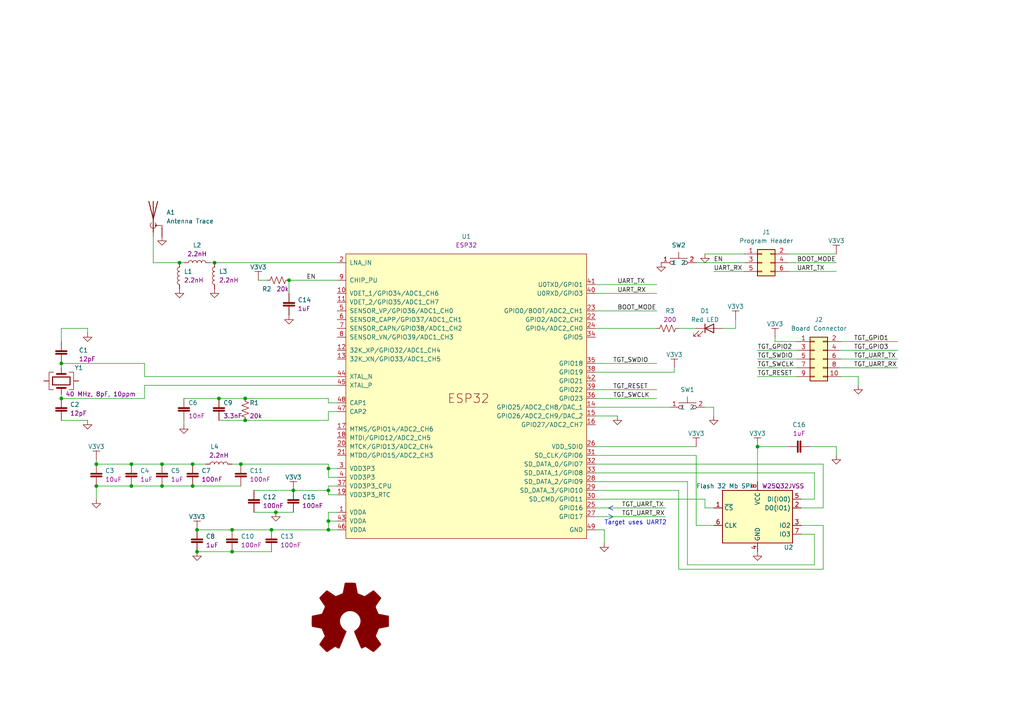
<source format=kicad_sch>
(kicad_sch (version 20211123) (generator eeschema)
  (paper "A4")
  (lib_symbols
    (symbol "Cap 12pF 0402_1" (pin_numbers hide) (pin_names (offset 0.254))
      (property "Reference" "C" (at 2.54 3.81 90))
      (property "Val" "12pF" (at 2.54 -5.08 90))
      (symbol "Cap 12pF 0402_1_1_1"
        (pin passive line (at 0 3.81 270) (length 2.794) (name "~") (number "1"))
        (pin passive line (at 0 -2.54 90) (length 2.54) (name "~") (number "2"))
      )
    )
    (symbol "Connector_Generic:Conn_02x05_Odd_Even" (pin_names (offset 1.016) hide)
      (property "Reference" "J" (at 1.27 7.62 0))
      (property "Value" "Conn_02x05_Odd_Even" (at 1.27 -7.62 0))
      (symbol "Conn_02x05_Odd_Even_1_1"
        (pin passive line (at -5.08 5.08 0) (length 3.81) (name "Pin_1") (number "1"))
        (pin passive line (at 7.62 -5.08 180) (length 3.81) (name "Pin_10") (number "10"))
        (pin passive line (at 7.62 5.08 180) (length 3.81) (name "Pin_2") (number "2"))
        (pin passive line (at -5.08 2.54 0) (length 3.81) (name "Pin_3") (number "3"))
        (pin passive line (at 7.62 2.54 180) (length 3.81) (name "Pin_4") (number "4"))
        (pin passive line (at -5.08 0 0) (length 3.81) (name "Pin_5") (number "5"))
        (pin passive line (at 7.62 0 180) (length 3.81) (name "Pin_6") (number "6"))
        (pin passive line (at -5.08 -2.54 0) (length 3.81) (name "Pin_7") (number "7"))
        (pin passive line (at 7.62 -2.54 180) (length 3.81) (name "Pin_8") (number "8"))
        (pin passive line (at -5.08 -5.08 0) (length 3.81) (name "Pin_9") (number "9"))
      )
    )
    (symbol "Graphic:Logo_Open_Hardware_Large" (pin_names (offset 1.016)))
    (symbol "Res 20k 0402_1" (pin_numbers hide) (pin_names (offset 0))
      (property "Reference" "R" (at 2.032 0 90))
      (property "Val" "20k" (at -2.54 0 90))
      (symbol "Res 20k 0402_1_1_1"
        (pin passive line (at 0 2.54 270) (length 0.85) (name "~") (number "1"))
        (pin passive line (at 0 -3.81 90) (length 0.85) (name "~") (number "2"))
      )
    )
    (symbol "WifiDebugLibrary:Antenna Trace" (pin_numbers hide) (pin_names (offset 1.016) hide) (in_bom no)
      (property "Reference" "A" (at -1.905 4.445 0))
      (property "Value" "Antenna Trace" (at -1.905 2.54 0))
      (symbol "Antenna Trace_1_1"
        (pin input line (at 0 -5.08 90) (length 2.54) (name "A") (number "1"))
        (pin input line (at 2.54 -5.08 90) (length 2.54) (name "Shield") (number "2"))
      )
    )
    (symbol "WifiDebugLibrary:Cap 100nF 0402" (pin_numbers hide) (pin_names (offset 0.254))
      (property "Reference" "C" (at 2.54 3.81 90))
      (property "Val" "100nF" (at 2.54 -5.08 90))
      (symbol "Cap 100nF 0402_1_1"
        (pin passive line (at 0 3.81 270) (length 2.794) (name "~") (number "1"))
        (pin passive line (at 0 -2.54 90) (length 2.54) (name "~") (number "2"))
      )
    )
    (symbol "WifiDebugLibrary:Cap 10nF 0402" (pin_numbers hide) (pin_names (offset 0.254))
      (property "Reference" "C" (at 2.54 3.81 90))
      (property "Val" "10nF" (at 2.54 -5.08 90))
      (symbol "Cap 10nF 0402_1_1"
        (pin passive line (at 0 3.81 270) (length 2.794) (name "~") (number "1"))
        (pin passive line (at 0 -2.54 90) (length 2.54) (name "~") (number "2"))
      )
    )
    (symbol "WifiDebugLibrary:Cap 10uF 0402" (pin_numbers hide) (pin_names (offset 0.254))
      (property "Reference" "C" (at 2.54 3.81 90))
      (property "Val" "10uF" (at 2.54 -5.08 90))
      (symbol "Cap 10uF 0402_1_1"
        (pin passive line (at 0 3.81 270) (length 2.794) (name "~") (number "1"))
        (pin passive line (at 0 -2.54 90) (length 2.54) (name "~") (number "2"))
      )
    )
    (symbol "WifiDebugLibrary:Cap 12pF 0402" (pin_numbers hide) (pin_names (offset 0.254))
      (property "Reference" "C" (at 2.54 3.81 90))
      (property "Val" "12pF" (at 2.54 -5.08 90))
      (symbol "Cap 12pF 0402_1_1"
        (pin passive line (at 0 3.81 270) (length 2.794) (name "~") (number "1"))
        (pin passive line (at 0 -2.54 90) (length 2.54) (name "~") (number "2"))
      )
    )
    (symbol "WifiDebugLibrary:Cap 1uF 0402" (pin_numbers hide) (pin_names (offset 0.254))
      (property "Reference" "C" (at 2.54 3.81 90))
      (property "Val" "1uF" (at 2.54 -5.08 90))
      (symbol "Cap 1uF 0402_1_1"
        (pin passive line (at 0 3.81 270) (length 2.794) (name "~") (number "1"))
        (pin passive line (at 0 -2.54 90) (length 2.54) (name "~") (number "2"))
      )
    )
    (symbol "WifiDebugLibrary:Cap 3.3nF 0402" (pin_numbers hide) (pin_names (offset 0.254))
      (property "Reference" "C" (at 2.54 3.81 90))
      (property "Val" "3.3nF" (at 2.54 -5.08 90))
      (symbol "Cap 3.3nF 0402_1_1"
        (pin passive line (at 0 3.81 270) (length 2.794) (name "~") (number "1"))
        (pin passive line (at 0 -2.54 90) (length 2.54) (name "~") (number "2"))
      )
    )
    (symbol "WifiDebugLibrary:Crystal 40MHz" (pin_numbers hide) (pin_names (offset 1.016) hide)
      (property "Reference" "Y" (at 3.175 5.08 0))
      (property "Val" "40 MHz, 8pF, 10ppm" (at 12.7 -5.08 0))
      (symbol "Crystal 40MHz_1_1"
        (pin passive line (at -3.81 0 0) (length 1.27) (name "1") (number "1"))
        (pin passive line (at 0 5.08 270) (length 1.27) (name "2") (number "2"))
        (pin passive line (at 3.81 0 180) (length 1.27) (name "3") (number "3"))
        (pin passive line (at 0 -5.08 90) (length 1.27) (name "4") (number "4"))
      )
    )
    (symbol "WifiDebugLibrary:Flash 32 Mb SPI"
      (property "Reference" "U" (at -8.89 8.89 0))
      (property "Value" "Flash 32 Mb SPI" (at 7.62 8.89 0))
      (property "Val" "W25Q32JVSS" (at 0 0 0))
      (symbol "Flash 32 Mb SPI_1_1"
        (pin input line (at -12.7 2.54 0) (length 2.54) (name "~{CS}") (number "1"))
        (pin bidirectional line (at 12.7 2.54 180) (length 2.54) (name "DO(IO1)") (number "2"))
        (pin bidirectional line (at 12.7 -2.54 180) (length 2.54) (name "IO2") (number "3"))
        (pin power_in line (at 0 -10.16 90) (length 2.54) (name "GND") (number "4"))
        (pin bidirectional line (at 12.7 5.08 180) (length 2.54) (name "DI(IO0)") (number "5"))
        (pin input line (at -12.7 -2.54 0) (length 2.54) (name "CLK") (number "6"))
        (pin bidirectional line (at 12.7 -5.08 180) (length 2.54) (name "IO3") (number "7"))
        (pin power_in line (at 0 10.16 270) (length 2.54) (name "VCC") (number "8"))
      )
    )
    (symbol "WifiDebugLibrary:Ind 2.2nH 0402" (pin_numbers hide) (pin_names (offset 1.016) hide)
      (property "Reference" "L" (at -1.27 0 90))
      (property "Val" "2.2nH" (at 2.54 0 90))
      (symbol "Ind 2.2nH 0402_1_1"
        (pin passive line (at 0 3.81 270) (length 1.27) (name "1") (number "1"))
        (pin passive line (at 0 -3.81 90) (length 1.27) (name "2") (number "2"))
      )
    )
    (symbol "WifiDebugLibrary:Program Header" (pin_names (offset 1.016) hide) (in_bom no)
      (property "Reference" "J" (at 1.27 5.08 0))
      (property "Value" "Program Header" (at 1.27 -5.08 0))
      (symbol "Program Header_1_1"
        (pin passive line (at -5.08 2.54 0) (length 3.81) (name "Pin_1") (number "1"))
        (pin passive line (at 7.62 2.54 180) (length 3.81) (name "Pin_2") (number "2"))
        (pin passive line (at -5.08 0 0) (length 3.81) (name "Pin_3") (number "3"))
        (pin passive line (at 7.62 0 180) (length 3.81) (name "Pin_4") (number "4"))
        (pin passive line (at -5.08 -2.54 0) (length 3.81) (name "Pin_5") (number "5"))
        (pin passive line (at 7.62 -2.54 180) (length 3.81) (name "Pin_6") (number "6"))
      )
    )
    (symbol "WifiDebugLibrary:Pushbutton 2.1x1.6mm"
      (property "Reference" "SW" (at 3.81 3.81 0))
      (symbol "Pushbutton 2.1x1.6mm_0_1"
        (pin passive line (at -5.08 0 0) (length 2.54) (name "1") (number "1"))
        (pin passive line (at 5.08 0 180) (length 2.54) (name "2") (number "2"))
      )
    )
    (symbol "WifiDebugLibrary:Red LED" (pin_numbers hide) (pin_names (offset 1.016) hide)
      (property "Reference" "D" (at 0 2.54 0))
      (property "Value" "Red LED" (at 0 -2.54 0))
      (symbol "Red LED_1_1"
        (pin passive line (at -3.81 0 0) (length 2.54) (name "K") (number "1"))
        (pin passive line (at 3.81 0 180) (length 2.54) (name "A") (number "2"))
      )
    )
    (symbol "WifiDebugLibrary:Res 200 0402" (pin_numbers hide) (pin_names (offset 0))
      (property "Reference" "R" (at 2.032 0 90))
      (property "Val" "200" (at -2.54 0 90))
      (symbol "Res 200 0402_1_1"
        (pin passive line (at 0 3.81 270) (length 0.85) (name "~") (number "1"))
        (pin passive line (at 0 -2.54 90) (length 0.85) (name "~") (number "2"))
      )
    )
    (symbol "WifiDebugLibrary:Res 20k 0402" (pin_numbers hide) (pin_names (offset 0))
      (property "Reference" "R" (at 2.032 0 90))
      (property "Val" "20k" (at -2.54 0 90))
      (symbol "Res 20k 0402_1_1"
        (pin passive line (at 0 2.54 270) (length 0.85) (name "~") (number "1"))
        (pin passive line (at 0 -3.81 90) (length 0.85) (name "~") (number "2"))
      )
    )
    (symbol "WifiDebugLibrary:V3V3" (power) (pin_names (offset 0))
      (property "Value" "V3V3" (at 0 3.556 0))
      (symbol "V3V3_1_1"
        (pin power_in line (at 0 0 90) (length 0) hide (name "V3V3") (number "1"))
      )
    )
    (symbol "WifiDebugLibrary:‎ESP32-D0WD-V3‎" (pin_names (offset 1.016))
      (property "Reference" "U" (at 0 43.18 0))
      (property "Val" "ESP32" (at 0 0 0))
      (symbol "‎ESP32-D0WD-V3‎_0_0"
        (text "ESP32" (at 1.27 0 0) (effects (font (size 2.54 2.54))))
      )
      (symbol "‎ESP32-D0WD-V3‎_1_1"
        (pin power_in line (at -36.83 -33.02 0) (length 2.54) (name "VDDA") (number "1"))
        (pin input line (at -36.83 30.48 0) (length 2.54) (name "VDET_1/GPIO34/ADC1_CH6") (number "10"))
        (pin input line (at -36.83 27.94 0) (length 2.54) (name "VDET_2/GPIO35/ADC1_CH7") (number "11"))
        (pin bidirectional line (at -36.83 13.97 0) (length 2.54) (name "32K_XP/GPIO32/ADC1_CH4") (number "12"))
        (pin bidirectional line (at -36.83 11.43 0) (length 2.54) (name "32K_XN/GPIO33/ADC1_CH5") (number "13"))
        (pin bidirectional line (at 38.1 -2.54 180) (length 2.54) (name "GPIO25/ADC2_CH8/DAC_1") (number "14"))
        (pin bidirectional line (at 38.1 -5.08 180) (length 2.54) (name "GPIO26/ADC2_CH9/DAC_2") (number "15"))
        (pin bidirectional line (at 38.1 -7.62 180) (length 2.54) (name "GPIO27/ADC2_CH7") (number "16"))
        (pin bidirectional line (at -36.83 -8.89 0) (length 2.54) (name "MTMS/GPIO14/ADC2_CH6") (number "17"))
        (pin bidirectional line (at -36.83 -11.43 0) (length 2.54) (name "MTDI/GPIO12/ADC2_CH5") (number "18"))
        (pin power_in line (at -36.83 -27.94 0) (length 2.54) (name "VDD3P3_RTC") (number "19"))
        (pin bidirectional line (at -36.83 39.37 0) (length 2.54) (name "LNA_IN") (number "2"))
        (pin bidirectional line (at -36.83 -13.97 0) (length 2.54) (name "MTCK/GPIO13/ADC2_CH4") (number "20"))
        (pin bidirectional line (at -36.83 -16.51 0) (length 2.54) (name "MTDO/GPIO15/ADC2_CH3") (number "21"))
        (pin bidirectional line (at 38.1 22.86 180) (length 2.54) (name "GPIO2/ADC2_CH2") (number "22"))
        (pin bidirectional line (at 38.1 25.4 180) (length 2.54) (name "GPIO0/BOOT/ADC2_CH1") (number "23"))
        (pin bidirectional line (at 38.1 20.32 180) (length 2.54) (name "GPIO4/ADC2_CH0") (number "24"))
        (pin bidirectional line (at 38.1 -31.75 180) (length 2.54) (name "GPIO16") (number "25"))
        (pin power_out line (at 38.1 -13.97 180) (length 2.54) (name "VDD_SDIO") (number "26"))
        (pin bidirectional line (at 38.1 -34.29 180) (length 2.54) (name "GPIO17") (number "27"))
        (pin bidirectional line (at 38.1 -24.13 180) (length 2.54) (name "SD_DATA_2/GPIO9") (number "28"))
        (pin bidirectional line (at 38.1 -26.67 180) (length 2.54) (name "SD_DATA_3/GPIO10") (number "29"))
        (pin power_in line (at -36.83 -20.32 0) (length 2.54) (name "VDD3P3") (number "3"))
        (pin bidirectional line (at 38.1 -29.21 180) (length 2.54) (name "SD_CMD/GPIO11") (number "30"))
        (pin bidirectional line (at 38.1 -16.51 180) (length 2.54) (name "SD_CLK/GPIO6") (number "31"))
        (pin bidirectional line (at 38.1 -19.05 180) (length 2.54) (name "SD_DATA_0/GPIO7") (number "32"))
        (pin bidirectional line (at 38.1 -21.59 180) (length 2.54) (name "SD_DATA_1/GPIO8") (number "33"))
        (pin bidirectional line (at 38.1 17.78 180) (length 2.54) (name "GPIO5") (number "34"))
        (pin bidirectional line (at 38.1 10.16 180) (length 2.54) (name "GPIO18") (number "35"))
        (pin bidirectional line (at 38.1 0 180) (length 2.54) (name "GPIO23") (number "36"))
        (pin power_in line (at -36.83 -25.4 0) (length 2.54) (name "VDD3P3_CPU") (number "37"))
        (pin bidirectional line (at 38.1 7.62 180) (length 2.54) (name "GPIO19") (number "38"))
        (pin bidirectional line (at 38.1 2.54 180) (length 2.54) (name "GPIO22") (number "39"))
        (pin power_in line (at -36.83 -22.86 0) (length 2.54) (name "VDD3P3") (number "4"))
        (pin bidirectional line (at 38.1 30.48 180) (length 2.54) (name "U0RXD/GPIO3") (number "40"))
        (pin bidirectional line (at 38.1 33.02 180) (length 2.54) (name "U0TXD/GPIO1") (number "41"))
        (pin bidirectional line (at 38.1 5.08 180) (length 2.54) (name "GPIO21") (number "42"))
        (pin power_in line (at -36.83 -35.56 0) (length 2.54) (name "VDDA") (number "43"))
        (pin output line (at -36.83 6.35 0) (length 2.54) (name "XTAL_N") (number "44"))
        (pin input line (at -36.83 3.81 0) (length 2.54) (name "XTAL_P") (number "45"))
        (pin power_in line (at -36.83 -38.1 0) (length 2.54) (name "VDDA") (number "46"))
        (pin input line (at -36.83 -3.81 0) (length 2.54) (name "CAP2") (number "47"))
        (pin input line (at -36.83 -1.27 0) (length 2.54) (name "CAP1") (number "48"))
        (pin power_in line (at 38.1 -38.1 180) (length 2.54) (name "GND") (number "49"))
        (pin input line (at -36.83 25.4 0) (length 2.54) (name "SENSOR_VP/GPIO36/ADC1_CH0") (number "5"))
        (pin input line (at -36.83 22.86 0) (length 2.54) (name "SENSOR_CAPP/GPIO37/ADC1_CH1") (number "6"))
        (pin input line (at -36.83 20.32 0) (length 2.54) (name "SENSOR_CAPN/GPIO38/ADC1_CH2") (number "7"))
        (pin input line (at -36.83 17.78 0) (length 2.54) (name "SENSOR_VN/GPIO39/ADC1_CH3") (number "8"))
        (pin input line (at -36.83 34.29 0) (length 2.54) (name "CHIP_PU") (number "9"))
      )
    )
    (symbol "power:GND" (power) (pin_names (offset 0))
      (property "Value" "GND" (at 0 -3.81 0))
      (symbol "GND_1_1"
        (pin power_in line (at 0 0 270) (length 0) hide (name "GND") (number "1"))
      )
    )
  )
  (junction (at 95.25 135.89))
  (junction (at 62.23 76.2))
  (junction (at 55.88 140.97))
  (junction (at 95.25 142.24))
  (junction (at 38.1 140.97))
  (junction (at 63.5 115.57))
  (junction (at 57.15 160.02))
  (junction (at 17.78 105.41))
  (junction (at 71.12 115.57))
  (junction (at 219.71 129.54))
  (junction (at 95.25 151.13))
  (junction (at 67.31 153.67))
  (junction (at 57.15 153.67))
  (junction (at 52.07 76.2))
  (junction (at 55.88 134.62))
  (junction (at 78.74 153.67))
  (junction (at 80.01 148.59))
  (junction (at 46.99 140.97))
  (junction (at 83.82 81.28))
  (junction (at 69.85 134.62))
  (junction (at 95.25 153.67))
  (junction (at 27.94 140.97))
  (junction (at 46.99 134.62))
  (junction (at 17.78 115.57))
  (junction (at 38.1 134.62))
  (junction (at 85.09 142.24))
  (junction (at 67.31 160.02))
  (junction (at 27.94 134.62))
  (junction (at 71.12 121.92))
  (wire (pts (xy 80.01 148.59) (xy 85.09 148.59)))
  (wire (pts (xy 73.66 148.59) (xy 80.01 148.59)))
  (wire (pts (xy 97.79 109.22) (xy 41.91 109.22)))
  (wire (pts (xy 41.91 109.22) (xy 41.91 105.41)))
  (wire (pts (xy 17.78 105.41) (xy 17.78 106.68)))
  (wire (pts (xy 172.72 107.95) (xy 195.58 107.95)))
  (wire (pts (xy 83.82 81.28) (xy 83.82 85.09)))
  (wire (pts (xy 201.93 76.2) (xy 215.9 76.2)))
  (wire (pts (xy 172.72 132.08) (xy 201.93 132.08)))
  (wire (pts (xy 201.93 152.4) (xy 201.93 132.08)))
  (wire (pts (xy 207.01 152.4) (xy 201.93 152.4)))
  (wire (pts (xy 172.72 149.86) (xy 193.04 149.86)))
  (wire (pts (xy 243.84 101.6) (xy 260.35 101.6)))
  (wire (pts (xy 172.72 139.7) (xy 199.39 139.7)))
  (wire (pts (xy 219.71 101.6) (xy 231.14 101.6)))
  (wire (pts (xy 95.25 143.51) (xy 97.79 143.51)))
  (wire (pts (xy 46.99 134.62) (xy 55.88 134.62)))
  (wire (pts (xy 55.88 134.62) (xy 59.69 134.62)))
  (wire (pts (xy 27.94 134.62) (xy 38.1 134.62)))
  (wire (pts (xy 27.94 133.35) (xy 27.94 134.62)))
  (polyline (pts (xy 177.8 149.86) (xy 176.53 149.225)) (stroke (width 0) (type solid)))
  (wire (pts (xy 172.72 82.55) (xy 190.5 82.55)))
  (wire (pts (xy 172.72 144.78) (xy 204.47 144.78)))
  (wire (pts (xy 95.25 115.57) (xy 95.25 116.84)))
  (wire (pts (xy 57.15 153.67) (xy 67.31 153.67)))
  (wire (pts (xy 78.74 153.67) (xy 95.25 153.67)))
  (wire (pts (xy 95.25 148.59) (xy 97.79 148.59)))
  (wire (pts (xy 67.31 153.67) (xy 78.74 153.67)))
  (wire (pts (xy 204.47 73.66) (xy 215.9 73.66)))
  (wire (pts (xy 172.72 113.03) (xy 190.5 113.03)))
  (wire (pts (xy 219.71 106.68) (xy 231.14 106.68)))
  (wire (pts (xy 62.23 76.2) (xy 97.79 76.2)))
  (wire (pts (xy 60.96 76.2) (xy 62.23 76.2)))
  (wire (pts (xy 172.72 115.57) (xy 190.5 115.57)))
  (wire (pts (xy 57.15 160.02) (xy 67.31 160.02)))
  (wire (pts (xy 67.31 160.02) (xy 78.74 160.02)))
  (wire (pts (xy 196.85 95.25) (xy 201.93 95.25)))
  (wire (pts (xy 248.92 109.22) (xy 248.92 111.76)))
  (wire (pts (xy 243.84 109.22) (xy 248.92 109.22)))
  (wire (pts (xy 71.12 121.92) (xy 63.5 121.92)))
  (wire (pts (xy 95.25 121.92) (xy 71.12 121.92)))
  (wire (pts (xy 95.25 119.38) (xy 95.25 121.92)))
  (wire (pts (xy 74.93 81.28) (xy 77.47 81.28)))
  (wire (pts (xy 207.01 78.74) (xy 215.9 78.74)))
  (wire (pts (xy 172.72 142.24) (xy 196.85 142.24)))
  (wire (pts (xy 232.41 154.94) (xy 236.22 154.94)))
  (wire (pts (xy 199.39 163.83) (xy 199.39 139.7)))
  (wire (pts (xy 236.22 154.94) (xy 236.22 163.83)))
  (wire (pts (xy 236.22 163.83) (xy 199.39 163.83)))
  (wire (pts (xy 242.57 129.54) (xy 234.95 129.54)))
  (wire (pts (xy 172.72 90.17) (xy 190.5 90.17)))
  (wire (pts (xy 44.45 68.58) (xy 44.45 76.2)))
  (wire (pts (xy 52.07 76.2) (xy 44.45 76.2)))
  (wire (pts (xy 53.34 76.2) (xy 52.07 76.2)))
  (wire (pts (xy 95.25 140.97) (xy 97.79 140.97)))
  (wire (pts (xy 95.25 142.24) (xy 95.25 140.97)))
  (wire (pts (xy 236.22 144.78) (xy 232.41 144.78)))
  (wire (pts (xy 172.72 137.16) (xy 236.22 137.16)))
  (wire (pts (xy 236.22 137.16) (xy 236.22 144.78)))
  (wire (pts (xy 219.71 129.54) (xy 228.6 129.54)))
  (wire (pts (xy 95.25 151.13) (xy 95.25 148.59)))
  (wire (pts (xy 95.25 153.67) (xy 95.25 151.13)))
  (wire (pts (xy 172.72 147.32) (xy 193.04 147.32)))
  (wire (pts (xy 238.76 152.4) (xy 232.41 152.4)))
  (wire (pts (xy 196.85 142.24) (xy 196.85 165.1)))
  (wire (pts (xy 238.76 165.1) (xy 238.76 152.4)))
  (wire (pts (xy 196.85 165.1) (xy 238.76 165.1)))
  (wire (pts (xy 95.25 116.84) (xy 97.79 116.84)))
  (polyline (pts (xy 176.53 150.495) (xy 177.8 149.86)) (stroke (width 0) (type solid)))
  (wire (pts (xy 219.71 109.22) (xy 231.14 109.22)))
  (wire (pts (xy 172.72 118.11) (xy 194.31 118.11)))
  (wire (pts (xy 228.6 76.2) (xy 242.57 76.2)))
  (wire (pts (xy 25.4 95.25) (xy 25.4 96.52)))
  (wire (pts (xy 17.78 95.25) (xy 25.4 95.25)))
  (wire (pts (xy 17.78 99.06) (xy 17.78 95.25)))
  (wire (pts (xy 242.57 129.54) (xy 242.57 132.08)))
  (polyline (pts (xy 177.8 146.685) (xy 176.53 147.32)) (stroke (width 0) (type solid)))
  (wire (pts (xy 219.71 104.14) (xy 231.14 104.14)))
  (wire (pts (xy 27.94 140.97) (xy 27.94 144.78)))
  (wire (pts (xy 71.12 115.57) (xy 95.25 115.57)))
  (wire (pts (xy 95.25 134.62) (xy 95.25 135.89)))
  (wire (pts (xy 95.25 135.89) (xy 97.79 135.89)))
  (wire (pts (xy 69.85 134.62) (xy 95.25 134.62)))
  (wire (pts (xy 172.72 120.65) (xy 179.07 120.65)))
  (wire (pts (xy 69.85 134.62) (xy 67.31 134.62)))
  (wire (pts (xy 204.47 147.32) (xy 207.01 147.32)))
  (wire (pts (xy 95.25 119.38) (xy 97.79 119.38)))
  (wire (pts (xy 95.25 138.43) (xy 97.79 138.43)))
  (wire (pts (xy 95.25 135.89) (xy 95.25 138.43)))
  (wire (pts (xy 83.82 81.28) (xy 97.79 81.28)))
  (wire (pts (xy 17.78 115.57) (xy 41.91 115.57)))
  (wire (pts (xy 17.78 105.41) (xy 41.91 105.41)))
  (wire (pts (xy 204.47 144.78) (xy 204.47 147.32)))
  (wire (pts (xy 95.25 153.67) (xy 97.79 153.67)))
  (polyline (pts (xy 176.53 147.32) (xy 177.8 147.955)) (stroke (width 0) (type solid)))
  (wire (pts (xy 243.84 104.14) (xy 260.35 104.14)))
  (wire (pts (xy 95.25 151.13) (xy 97.79 151.13)))
  (wire (pts (xy 195.58 106.68) (xy 195.58 107.95)))
  (wire (pts (xy 243.84 106.68) (xy 260.35 106.68)))
  (wire (pts (xy 63.5 115.57) (xy 71.12 115.57)))
  (wire (pts (xy 63.5 115.57) (xy 53.34 115.57)))
  (wire (pts (xy 172.72 129.54) (xy 201.93 129.54)))
  (wire (pts (xy 172.72 95.25) (xy 190.5 95.25)))
  (wire (pts (xy 228.6 73.66) (xy 242.57 73.66)))
  (wire (pts (xy 209.55 95.25) (xy 213.36 95.25)))
  (wire (pts (xy 213.36 95.25) (xy 213.36 92.71)))
  (wire (pts (xy 53.34 123.19) (xy 53.34 121.92)))
  (wire (pts (xy 228.6 78.74) (xy 242.57 78.74)))
  (wire (pts (xy 46.99 140.97) (xy 55.88 140.97)))
  (wire (pts (xy 55.88 140.97) (xy 69.85 140.97)))
  (wire (pts (xy 38.1 140.97) (xy 46.99 140.97)))
  (wire (pts (xy 27.94 140.97) (xy 38.1 140.97)))
  (wire (pts (xy 207.01 118.11) (xy 207.01 120.65)))
  (wire (pts (xy 204.47 118.11) (xy 207.01 118.11)))
  (wire (pts (xy 224.79 99.06) (xy 231.14 99.06)))
  (wire (pts (xy 224.79 97.79) (xy 224.79 99.06)))
  (wire (pts (xy 175.26 153.67) (xy 175.26 157.48)))
  (wire (pts (xy 172.72 153.67) (xy 175.26 153.67)))
  (wire (pts (xy 172.72 85.09) (xy 190.5 85.09)))
  (wire (pts (xy 95.25 142.24) (xy 95.25 143.51)))
  (wire (pts (xy 38.1 134.62) (xy 46.99 134.62)))
  (wire (pts (xy 219.71 129.54) (xy 219.71 139.7)))
  (wire (pts (xy 238.76 147.32) (xy 232.41 147.32)))
  (wire (pts (xy 172.72 134.62) (xy 238.76 134.62)))
  (wire (pts (xy 238.76 134.62) (xy 238.76 147.32)))
  (wire (pts (xy 172.72 105.41) (xy 190.5 105.41)))
  (wire (pts (xy 243.84 99.06) (xy 260.35 99.06)))
  (wire (pts (xy 97.79 111.76) (xy 41.91 111.76)))
  (wire (pts (xy 17.78 115.57) (xy 17.78 114.3)))
  (wire (pts (xy 41.91 111.76) (xy 41.91 115.57)))
  (wire (pts (xy 85.09 142.24) (xy 95.25 142.24)))
  (wire (pts (xy 73.66 142.24) (xy 85.09 142.24)))
  (wire (pts (xy 17.78 121.92) (xy 25.4 121.92)))
  (text "Target uses UART2" (at 175.26 152.4 0) (effects (font (size 1.27 1.27)) (justify left bottom)))
  (label "TGT_RESET" (at 219.71 109.22 0))
  (label "UART_RX" (at 207.01 78.74 0))
  (label "TGT_UART_TX" (at 180.34 147.32 0))
  (label "TGT_GPIO2" (at 219.71 101.6 0))
  (label "TGT_SWDIO" (at 177.8 105.41 0))
  (label "TGT_SWCLK" (at 177.8 115.57 0))
  (label "TGT_SWCLK" (at 219.71 106.68 0))
  (label "TGT_RESET" (at 177.8 113.03 0))
  (label "UART_RX" (at 179.07 85.09 0))
  (label "TGT_UART_RX" (at 180.34 149.86 0))
  (label "UART_TX" (at 179.07 82.55 0))
  (label "TGT_UART_RX" (at 247.65 106.68 0))
  (label "EN" (at 88.9 81.28 0))
  (label "TGT_GPIO1" (at 247.65 99.06 0))
  (label "BOOT_MODE" (at 179.07 90.17 0))
  (label "TGT_UART_TX" (at 247.65 104.14 0))
  (label "TGT_GPIO3" (at 247.65 101.6 0))
  (label "BOOT_MODE" (at 231.14 76.2 0))
  (label "EN" (at 207.01 76.2 0))
  (label "UART_TX" (at 231.14 78.74 0))
  (label "TGT_SWDIO" (at 219.71 104.14 0))
  (symbol (lib_id "power:GND") (at 179.07 120.65 0) (unit 1)
    (property "Reference" "#PWR0104" (effects hide))
    (property "Value" "GND" (effects hide))
  )
  (symbol (lib_id "WifiDebugLibrary:Crystal 40MHz") (at 17.78 110.49 90) (unit 1)
    (property "Reference" "Y1" (at 22.86 106.68 90))
    (property "Value" "Crystal 40MHz" (effects hide))
    (property "Footprint" "Crystal:Crystal_SMD_2016-4Pin_2.0x1.6mm" (effects hide))
    (property "MFG" "Murata Electronics" (effects hide))
    (property "MFG PN" "XRCGB40M000F1S1BR0" (effects hide))
    (property "Val" "40 MHz, 8pF, 10ppm" (at 29.21 114.3 90))
  )
  (symbol (lib_id "WifiDebugLibrary:V3V3") (at 213.36 92.71 0) (unit 1)
    (property "Reference" "#PWR016" (effects hide))
    (property "Value" "V3V3" (at 213.36 88.9 0))
  )
  (symbol (lib_id "WifiDebugLibrary:V3V3") (at 27.94 133.35 0) (unit 1)
    (property "Reference" "#PWR03" (effects hide))
    (property "Value" "V3V3" (at 27.94 129.54 0))
  )
  (symbol (lib_id "power:GND") (at 191.77 76.2 0) (unit 1)
    (property "Reference" "#PWR?" (effects hide))
    (property "Value" "GND" (effects hide))
  )
  (symbol (lib_id "power:GND") (at 80.01 148.59 0) (unit 1)
    (property "Reference" "#PWR012" (effects hide))
    (property "Value" "GND" (effects hide))
  )
  (symbol (lib_id "power:GND") (at 25.4 96.52 0) (unit 1)
    (property "Reference" "#PWR02" (effects hide))
    (property "Value" "GND" (effects hide))
  )
  (symbol (lib_id "WifiDebugLibrary:Ind 2.2nH 0402") (at 63.5 134.62 90) (unit 1)
    (property "Reference" "L4" (at 62.23 129.54 90))
    (property "Value" "Ind 2.2nH 0402" (effects hide))
    (property "Footprint" "Inductor_SMD:L_0402_1005Metric" (effects hide))
    (property "MFG" "Chilisin Electronics" (effects hide))
    (property "MFG PN" "‎BSCH001005052N2SCP‎" (effects hide))
    (property "Val" "2.2nH" (at 63.5 132.08 90))
  )
  (symbol (lib_id "power:GND") (at 46.99 68.58 0) (unit 1)
    (property "Reference" "#PWR05" (effects hide))
    (property "Value" "GND" (effects hide))
  )
  (symbol (lib_id "WifiDebugLibrary:Res 20k 0402") (at 80.01 81.28 90) (unit 1)
    (property "Reference" "R2" (at 78.74 83.82 90) (effects (justify left)))
    (property "Value" "Res 20k 0402" (effects hide))
    (property "Footprint" "Resistor_SMD:R_0402_1005Metric" (effects hide))
    (property "MFG" "Bourns Inc. " (effects hide))
    (property "MFG PN" "‎CR0402-FX-2002GLF‎" (effects hide))
    (property "Val" "20k" (at 83.82 83.82 90) (effects (justify left)))
  )
  (symbol (lib_id "WifiDebugLibrary:Cap 3.3nF 0402") (at 63.5 118.11 180) (unit 1)
    (property "Reference" "C9" (at 64.77 116.84 0) (effects (justify right)))
    (property "Value" "Cap 3.3nF 0402" (effects hide))
    (property "Footprint" "Capacitor_SMD:C_0402_1005Metric" (effects hide))
    (property "MFG" "Würth Elektronik" (effects hide))
    (property "MFG PN" "‎885012205028‎" (effects hide))
    (property "Val" "3.3nF" (at 64.77 120.65 0) (effects (justify right)))
  )
  (symbol (lib_id "WifiDebugLibrary:Flash 32 Mb SPI") (at 219.71 149.86 0) (unit 1)
    (property "Reference" "U2" (at 227.33 158.75 0) (effects (justify left)))
    (property "Value" "Flash 32 Mb SPI" (at 201.93 140.97 0) (effects (justify left)))
    (property "Footprint" "WifiDebugLibrary:SOIC-8_5.23x5.23mm_P1.27mm" (effects hide))
    (property "Datasheet" "http://www.winbond.com/resource-files/w25q32jv%20revg%2003272018%20plus.pdf" (effects hide))
    (property "MFG" "Winbond Electronics" (effects hide))
    (property "MFG PN" "‎W25Q32JVSSIQ‎" (effects hide))
    (property "Val" "W25Q32JVSS" (at 220.98 140.97 0) (effects (justify left)))
  )
  (symbol (lib_id "WifiDebugLibrary:V3V3") (at 85.09 142.24 0) (unit 1)
    (property "Reference" "#PWR014" (effects hide))
    (property "Value" "V3V3" (at 85.09 138.43 0))
  )
  (symbol (lib_id "WifiDebugLibrary:Antenna Trace") (at 44.45 63.5 0) (unit 1) (in_bom no)
    (property "Reference" "A1" (at 48.26 61.5949 0) (effects (justify left)))
    (property "Value" "Antenna Trace" (at 48.26 64.1349 0) (effects (justify left)))
    (property "Footprint" "WifiDebugLibrary:Texas_SWRA117D_2.4GHz_Left" (effects hide))
    (property "Datasheet" "http://www.ti.com/lit/an/swra117d/swra117d.pdf" (effects hide))
  )
  (symbol (lib_id "Graphic:Logo_Open_Hardware_Large") (at 101.6 180.34 0) (unit 1) (in_bom no)
    (property "Reference" "LOGO1" (effects hide))
    (property "Value" "Logo_Open_Hardware_Large" (effects hide))
    (property "Footprint" "Symbol:OSHW-Logo_5.7x6mm_SilkScreen" (effects hide))
  )
  (symbol (lib_id "power:GND") (at 204.47 73.66 0) (unit 1)
    (property "Reference" "#PWR022" (effects hide))
    (property "Value" "GND" (effects hide))
  )
  (symbol (lib_id "power:GND") (at 53.34 123.19 0) (unit 1)
    (property "Reference" "#PWR07" (effects hide))
    (property "Value" "GND" (effects hide))
  )
  (symbol (lib_id "WifiDebugLibrary:V3V3") (at 57.15 153.67 0) (unit 1)
    (property "Reference" "#PWR08" (effects hide))
    (property "Value" "V3V3" (at 57.15 149.86 0))
  )
  (symbol (lib_id "WifiDebugLibrary:Cap 100nF 0402") (at 73.66 146.05 0) (unit 1)
    (property "Reference" "C12" (at 76.2 144.1449 0) (effects (justify left)))
    (property "Value" "Cap 100nF 0402" (effects hide))
    (property "Footprint" "Capacitor_SMD:C_0402_1005Metric" (effects hide))
    (property "MFG" "Samsung Electro-Mechanics" (effects hide))
    (property "MFG PN" "‎CL05A104KA5NNNC‎" (effects hide))
    (property "Val" "100nF" (at 76.2 146.6849 0) (effects (justify left)))
  )
  (symbol (lib_id "WifiDebugLibrary:Cap 100nF 0402") (at 69.85 138.43 0) (unit 1) (in_bom no)
    (property "Reference" "C11" (at 72.39 136.5249 0) (effects (justify left)))
    (property "Value" "Cap 100nF 0402" (effects hide))
    (property "Footprint" "Capacitor_SMD:C_0402_1005Metric" (effects hide))
    (property "MFG" "Samsung Electro-Mechanics" (effects hide))
    (property "MFG PN" "‎CL05A104KA5NNNC‎" (effects hide))
    (property "Val" "100nF" (at 72.39 139.0649 0) (effects (justify left)))
  )
  (symbol (lib_id "WifiDebugLibrary:V3V3") (at 224.79 97.79 0) (unit 1)
    (property "Reference" "#PWR020" (effects hide))
    (property "Value" "V3V3" (at 224.79 93.98 0))
  )
  (symbol (lib_id "power:GND") (at 207.01 120.65 0) (mirror y) (unit 1)
    (property "Reference" "#PWR0105" (effects hide))
    (property "Value" "GND" (effects hide))
  )
  (symbol (lib_id "power:GND") (at 175.26 157.48 0) (unit 1)
    (property "Reference" "#PWR015" (effects hide))
    (property "Value" "GND" (effects hide))
  )
  (symbol (lib_id "power:GND") (at 242.57 132.08 0) (unit 1)
    (property "Reference" "#PWR021" (effects hide))
    (property "Value" "GND" (effects hide))
  )
  (symbol (lib_id "WifiDebugLibrary:Cap 100nF 0402") (at 85.09 146.05 0) (unit 1)
    (property "Reference" "C15" (at 87.63 144.1449 0) (effects (justify left)))
    (property "Value" "Cap 100nF 0402" (effects hide))
    (property "Footprint" "Capacitor_SMD:C_0402_1005Metric" (effects hide))
    (property "MFG" "Samsung Electro-Mechanics" (effects hide))
    (property "MFG PN" "‎CL05A104KA5NNNC‎" (effects hide))
    (property "Val" "100nF" (at 87.63 146.6849 0) (effects (justify left)))
  )
  (symbol (lib_id "WifiDebugLibrary:V3V3") (at 219.71 129.54 0) (mirror y) (unit 1)
    (property "Reference" "#PWR0103" (effects hide))
    (property "Value" "V3V3" (at 219.71 125.73 0))
  )
  (symbol (lib_id "WifiDebugLibrary:‎ESP32-D0WD-V3‎") (at 134.62 115.57 0) (unit 1)
    (property "Reference" "U1" (at 135.255 68.58 0))
    (property "Value" "‎ESP32-D0WD-V3‎" (effects hide))
    (property "Footprint" "WifiDebugLibrary:QFN-48-1EP_5x5mm_P0.35mm_EP3.7x3.7mm_ThermalVias" (effects hide))
    (property "Datasheet" "https://www.espressif.com/sites/default/files/documentation/esp32_datasheet_en.pdf" (effects hide))
    (property "MFG" "Espressif Systems" (effects hide))
    (property "MFG PN" "‎ESP32-D0WD-V3‎" (effects hide))
    (property "Val" "ESP32" (at 135.255 71.12 0))
  )
  (symbol (lib_id "power:GND") (at 248.92 111.76 0) (unit 1)
    (property "Reference" "#PWR023" (effects hide))
    (property "Value" "GND" (effects hide))
  )
  (symbol (lib_id "WifiDebugLibrary:Cap 1uF 0402") (at 232.41 129.54 90) (unit 1)
    (property "Reference" "C16" (at 231.775 123.19 90))
    (property "Value" "Cap 1uF 0402" (effects hide))
    (property "Footprint" "Capacitor_SMD:C_0402_1005Metric" (effects hide))
    (property "MFG" "Samsung Electro-Mechanics" (effects hide))
    (property "MFG PN" "‎CL05A105MQ5NNNC‎" (effects hide))
    (property "Val" "1uF" (at 231.775 125.73 90))
  )
  (symbol (lib_id "power:GND") (at 27.94 144.78 0) (unit 1)
    (property "Reference" "#PWR04" (effects hide))
    (property "Value" "GND" (effects hide))
  )
  (symbol (lib_id "WifiDebugLibrary:V3V3") (at 195.58 106.68 0) (mirror y) (unit 1)
    (property "Reference" "#PWR0101" (effects hide))
    (property "Value" "V3V3" (at 195.58 102.87 0))
  )
  (symbol (lib_id "WifiDebugLibrary:Ind 2.2nH 0402") (at 52.07 80.01 180) (unit 1) (in_bom no)
    (property "Reference" "L1" (at 53.34 78.7399 0) (effects (justify right)))
    (property "Value" "Ind 2.2nH 0402" (effects hide))
    (property "Footprint" "Inductor_SMD:L_0402_1005Metric" (effects hide))
    (property "MFG" "Chilisin Electronics" (effects hide))
    (property "MFG PN" "‎BSCH001005052N2SCP‎" (effects hide))
    (property "Val" "2.2nH" (at 53.34 81.2799 0) (effects (justify right)))
  )
  (symbol (lib_id "WifiDebugLibrary:Cap 100nF 0402") (at 67.31 157.48 0) (unit 1)
    (property "Reference" "C10" (at 69.85 155.5749 0) (effects (justify left)))
    (property "Value" "Cap 100nF 0402" (effects hide))
    (property "Footprint" "Capacitor_SMD:C_0402_1005Metric" (effects hide))
    (property "MFG" "Samsung Electro-Mechanics" (effects hide))
    (property "MFG PN" "‎CL05A104KA5NNNC‎" (effects hide))
    (property "Val" "100nF" (at 69.85 158.1149 0) (effects (justify left)))
  )
  (symbol (lib_id "WifiDebugLibrary:Cap 1uF 0402") (at 38.1 138.43 0) (unit 1) (in_bom no)
    (property "Reference" "C4" (at 40.64 136.5249 0) (effects (justify left)))
    (property "Value" "Cap 1uF 0402" (effects hide))
    (property "Footprint" "Capacitor_SMD:C_0402_1005Metric" (effects hide))
    (property "MFG" "Samsung Electro-Mechanics" (effects hide))
    (property "MFG PN" "‎CL05A105MQ5NNNC‎" (effects hide))
    (property "Val" "1uF" (at 40.64 139.0649 0) (effects (justify left)))
  )
  (symbol (lib_name "Cap 12pF 0402_1") (lib_id "WifiDebugLibrary:Cap 12pF 0402") (at 17.78 102.87 0) (unit 1)
    (property "Reference" "C1" (at 22.86 101.5999 0) (effects (justify left)))
    (property "Value" "Cap 12pF 0402" (effects hide))
    (property "Footprint" "Capacitor_SMD:C_0402_1005Metric" (effects hide))
    (property "MFG" "Yaego" (effects hide))
    (property "MFG PN" "‎CC0402JRNPO9BN120‎" (effects hide))
    (property "Val" "12pF" (at 22.86 104.1399 0) (effects (justify left)))
  )
  (symbol (lib_id "WifiDebugLibrary:Cap 1uF 0402") (at 83.82 88.9 0) (unit 1)
    (property "Reference" "C14" (at 86.36 86.9949 0) (effects (justify left)))
    (property "Value" "Cap 1uF 0402" (effects hide))
    (property "Footprint" "Capacitor_SMD:C_0402_1005Metric" (effects hide))
    (property "MFG" "Samsung Electro-Mechanics" (effects hide))
    (property "MFG PN" "‎CL05A105MQ5NNNC‎" (effects hide))
    (property "Val" "1uF" (at 86.36 89.5349 0) (effects (justify left)))
  )
  (symbol (lib_id "WifiDebugLibrary:Program Header") (at 220.98 76.2 0) (unit 1) (in_bom no)
    (property "Reference" "J1" (at 222.25 67.31 0))
    (property "Value" "Program Header" (at 222.25 69.85 0))
    (property "Footprint" "WifiDebugLibrary:PinHeader_2x03_P2.54mm_Vertical" (effects hide))
  )
  (symbol (lib_id "Connector_Generic:Conn_02x05_Odd_Even") (at 236.22 104.14 0) (unit 1)
    (property "Reference" "J2" (at 237.49 92.71 0))
    (property "Value" "Board Connector" (at 237.49 95.25 0))
    (property "Footprint" "WifiDebugLibrary:PinSocket_2x05_P2.00mm_Vertical_SMD" (effects hide))
    (property "MFG" "Sullins Connector Solutions" (effects hide))
    (property "MFG PN" "NPPN052FFKS-RC" (effects hide))
  )
  (symbol (lib_id "power:GND") (at 219.71 160.02 0) (unit 1)
    (property "Reference" "#PWR019" (effects hide))
    (property "Value" "GND" (effects hide))
  )
  (symbol (lib_id "WifiDebugLibrary:Cap 10nF 0402") (at 53.34 119.38 0) (unit 1)
    (property "Reference" "C6" (at 54.61 116.84 0) (effects (justify left)))
    (property "Value" "Cap 10nF 0402" (effects hide))
    (property "Footprint" "Capacitor_SMD:C_0402_1005Metric" (effects hide))
    (property "MFG" "Würth Elektronik" (effects hide))
    (property "MFG PN" "‎885012205031‎" (effects hide))
    (property "Val" "10nF" (at 54.61 120.65 0) (effects (justify left)))
  )
  (symbol (lib_name "Res 20k 0402_1") (lib_id "WifiDebugLibrary:Res 20k 0402") (at 71.12 118.11 0) (unit 1)
    (property "Reference" "R1" (at 72.39 116.84 0) (effects (justify left)))
    (property "Value" "Res 20k 0402" (effects hide))
    (property "Footprint" "Resistor_SMD:R_0402_1005Metric" (effects hide))
    (property "MFG" "Bourns Inc. " (effects hide))
    (property "MFG PN" "‎CR0402-FX-2002GLF‎" (effects hide))
    (property "Val" "20k" (at 72.39 120.65 0) (effects (justify left)))
  )
  (symbol (lib_id "power:GND") (at 83.82 91.44 0) (unit 1)
    (property "Reference" "#PWR013" (effects hide))
    (property "Value" "GND" (effects hide))
  )
  (symbol (lib_id "power:GND") (at 62.23 83.82 0) (unit 1)
    (property "Reference" "#PWR010" (effects hide))
    (property "Value" "GND" (effects hide))
  )
  (symbol (lib_id "WifiDebugLibrary:V3V3") (at 201.93 129.54 0) (mirror y) (unit 1)
    (property "Reference" "#PWR0102" (effects hide))
    (property "Value" "V3V3" (at 201.93 125.73 0))
  )
  (symbol (lib_id "WifiDebugLibrary:Cap 100nF 0402") (at 55.88 138.43 0) (unit 1)
    (property "Reference" "C7" (at 58.42 136.5249 0) (effects (justify left)))
    (property "Value" "Cap 100nF 0402" (effects hide))
    (property "Footprint" "Capacitor_SMD:C_0402_1005Metric" (effects hide))
    (property "MFG" "Samsung Electro-Mechanics" (effects hide))
    (property "MFG PN" "‎CL05A104KA5NNNC‎" (effects hide))
    (property "Val" "100nF" (at 58.42 139.0649 0) (effects (justify left)))
  )
  (symbol (lib_id "WifiDebugLibrary:Pushbutton 2.1x1.6mm") (at 196.85 76.2 0) (unit 1)
    (property "Reference" "SW2" (at 196.85 71.12 0))
    (property "Value" "Pushbutton 2.1x1.6mm" (effects hide))
    (property "Footprint" "WifiDebugLibrary:Pushbutton-2.1x1.6mm" (effects hide))
    (property "Datasheet" "https://media.digikey.com/pdf/Data%20Sheets/Mitsumi%20Elect/STO-060A16AB_R66-7995.pdf" (effects hide))
    (property "MFG" "C&K" (effects hide))
    (property "MFG PN" "NANOT 240 AS" (effects hide))
  )
  (symbol (lib_id "power:GND") (at 25.4 121.92 0) (unit 1)
    (property "Reference" "#PWR01" (effects hide))
    (property "Value" "GND" (effects hide))
  )
  (symbol (lib_id "WifiDebugLibrary:Cap 12pF 0402") (at 17.78 119.38 0) (unit 1)
    (property "Reference" "C2" (at 20.32 117.3479 0) (effects (justify left)))
    (property "Value" "Cap 12pF 0402" (effects hide))
    (property "Footprint" "Capacitor_SMD:C_0402_1005Metric" (effects hide))
    (property "MFG" "Yaego" (effects hide))
    (property "MFG PN" "‎CC0402JRNPO9BN120‎" (effects hide))
    (property "Val" "12pF" (at 20.32 119.8879 0) (effects (justify left)))
  )
  (symbol (lib_id "WifiDebugLibrary:Pushbutton 2.1x1.6mm") (at 199.39 118.11 0) (unit 1)
    (property "Reference" "SW1" (at 199.39 113.03 0))
    (property "Value" "Pushbutton 2.1x1.6mm" (effects hide))
    (property "Footprint" "WifiDebugLibrary:Pushbutton-2.1x1.6mm" (effects hide))
    (property "Datasheet" "https://media.digikey.com/pdf/Data%20Sheets/Mitsumi%20Elect/STO-060A16AB_R66-7995.pdf" (effects hide))
    (property "MFG" "C&K" (effects hide))
    (property "MFG PN" "NANOT 240 AS" (effects hide))
  )
  (symbol (lib_id "WifiDebugLibrary:Cap 1uF 0402") (at 57.15 157.48 0) (unit 1)
    (property "Reference" "C8" (at 59.69 155.5749 0) (effects (justify left)))
    (property "Value" "Cap 1uF 0402" (effects hide))
    (property "Footprint" "Capacitor_SMD:C_0402_1005Metric" (effects hide))
    (property "MFG" "Samsung Electro-Mechanics" (effects hide))
    (property "MFG PN" "‎CL05A105MQ5NNNC‎" (effects hide))
    (property "Val" "1uF" (at 59.69 158.1149 0) (effects (justify left)))
  )
  (symbol (lib_id "WifiDebugLibrary:Cap 100nF 0402") (at 78.74 157.48 0) (unit 1)
    (property "Reference" "C13" (at 81.28 155.5749 0) (effects (justify left)))
    (property "Value" "Cap 100nF 0402" (effects hide))
    (property "Footprint" "Capacitor_SMD:C_0402_1005Metric" (effects hide))
    (property "MFG" "Samsung Electro-Mechanics" (effects hide))
    (property "MFG PN" "‎CL05A104KA5NNNC‎" (effects hide))
    (property "Val" "100nF" (at 81.28 158.1149 0) (effects (justify left)))
  )
  (symbol (lib_id "WifiDebugLibrary:Ind 2.2nH 0402") (at 57.15 76.2 90) (unit 1)
    (property "Reference" "L2" (at 57.15 71.12 90))
    (property "Value" "Ind 2.2nH 0402" (effects hide))
    (property "Footprint" "Inductor_SMD:L_0402_1005Metric" (effects hide))
    (property "MFG" "Chilisin Electronics" (effects hide))
    (property "MFG PN" "‎BSCH001005052N2SCP‎" (effects hide))
    (property "Val" "2.2nH" (at 57.15 73.66 90))
  )
  (symbol (lib_id "WifiDebugLibrary:Res 200 0402") (at 194.31 95.25 90) (unit 1)
    (property "Reference" "R3" (at 194.31 90.17 90))
    (property "Value" "Res 200 0402" (effects hide))
    (property "Footprint" "Resistor_SMD:R_0402_1005Metric" (effects hide))
    (property "MFG" "Stackpole Electronics Inc" (effects hide))
    (property "MFG PN" "‎RMCF0402JT200R‎" (effects hide))
    (property "Val" "200" (at 194.31 92.71 90))
  )
  (symbol (lib_id "power:GND") (at 57.15 160.02 0) (unit 1)
    (property "Reference" "#PWR09" (effects hide))
    (property "Value" "GND" (effects hide))
  )
  (symbol (lib_id "WifiDebugLibrary:V3V3") (at 74.93 81.28 0) (unit 1)
    (property "Reference" "#PWR011" (effects hide))
    (property "Value" "V3V3" (at 74.93 77.47 0))
  )
  (symbol (lib_id "WifiDebugLibrary:Cap 10uF 0402") (at 27.94 138.43 0) (unit 1)
    (property "Reference" "C3" (at 30.48 136.5249 0) (effects (justify left)))
    (property "Value" "Cap 10uF 0402" (effects hide))
    (property "Footprint" "Capacitor_SMD:C_0402_1005Metric" (effects hide))
    (property "MFG" "Murata" (effects hide))
    (property "MFG PN" "GRM155R60J106ME15D" (effects hide))
    (property "Val" "10uF" (at 30.48 139.0649 0) (effects (justify left)))
  )
  (symbol (lib_id "WifiDebugLibrary:Ind 2.2nH 0402") (at 62.23 80.01 180) (unit 1) (in_bom no)
    (property "Reference" "L3" (at 63.5 78.7399 0) (effects (justify right)))
    (property "Value" "Ind 2.2nH 0402" (effects hide))
    (property "Footprint" "Inductor_SMD:L_0402_1005Metric" (effects hide))
    (property "MFG" "Chilisin Electronics" (effects hide))
    (property "MFG PN" "‎BSCH001005052N2SCP‎" (effects hide))
    (property "Val" "2.2nH" (at 63.5 81.2799 0) (effects (justify right)))
  )
  (symbol (lib_id "WifiDebugLibrary:Cap 1uF 0402") (at 46.99 138.43 0) (unit 1)
    (property "Reference" "C5" (at 49.53 136.5249 0) (effects (justify left)))
    (property "Value" "Cap 1uF 0402" (effects hide))
    (property "Footprint" "Capacitor_SMD:C_0402_1005Metric" (effects hide))
    (property "MFG" "Samsung Electro-Mechanics" (effects hide))
    (property "MFG PN" "‎CL05A105MQ5NNNC‎" (effects hide))
    (property "Val" "1uF" (at 49.53 139.0649 0) (effects (justify left)))
  )
  (symbol (lib_id "WifiDebugLibrary:Red LED") (at 205.74 95.25 0) (unit 1)
    (property "Reference" "D1" (at 204.47 90.17 0))
    (property "Value" "Red LED" (at 204.47 92.71 0))
    (property "Footprint" "WifiDebugLibrary:LED_0402_1005Metric" (effects hide))
    (property "Datasheet" "https://www.kingbrightusa.com/images/catalog/SPEC/APHHS1005LSECK-J3-PF.pdf" (effects hide))
    (property "MFG" "Kingbright" (effects hide))
    (property "MFG PN" "APHHS1005LSECK/J3-PF" (effects hide))
  )
  (symbol (lib_id "WifiDebugLibrary:V3V3") (at 242.57 73.66 0) (unit 1)
    (property "Reference" "#PWR017" (effects hide))
    (property "Value" "V3V3" (at 242.57 69.85 0))
  )
  (symbol (lib_id "power:GND") (at 52.07 83.82 0) (unit 1)
    (property "Reference" "#PWR06" (effects hide))
    (property "Value" "GND" (effects hide))
  )
)
</source>
